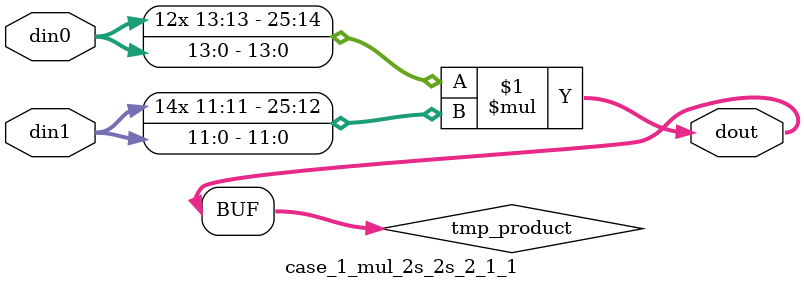
<source format=v>

`timescale 1 ns / 1 ps

 module case_1_mul_2s_2s_2_1_1(din0, din1, dout);
parameter ID = 1;
parameter NUM_STAGE = 0;
parameter din0_WIDTH = 14;
parameter din1_WIDTH = 12;
parameter dout_WIDTH = 26;

input [din0_WIDTH - 1 : 0] din0; 
input [din1_WIDTH - 1 : 0] din1; 
output [dout_WIDTH - 1 : 0] dout;

wire signed [dout_WIDTH - 1 : 0] tmp_product;



























assign tmp_product = $signed(din0) * $signed(din1);








assign dout = tmp_product;





















endmodule

</source>
